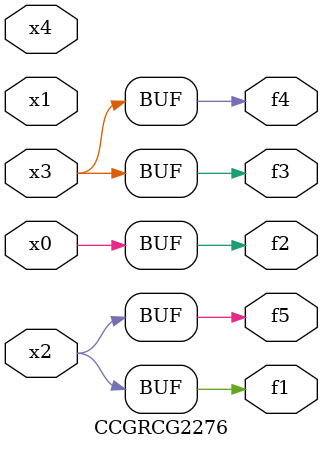
<source format=v>
module CCGRCG2276(
	input x0, x1, x2, x3, x4,
	output f1, f2, f3, f4, f5
);
	assign f1 = x2;
	assign f2 = x0;
	assign f3 = x3;
	assign f4 = x3;
	assign f5 = x2;
endmodule

</source>
